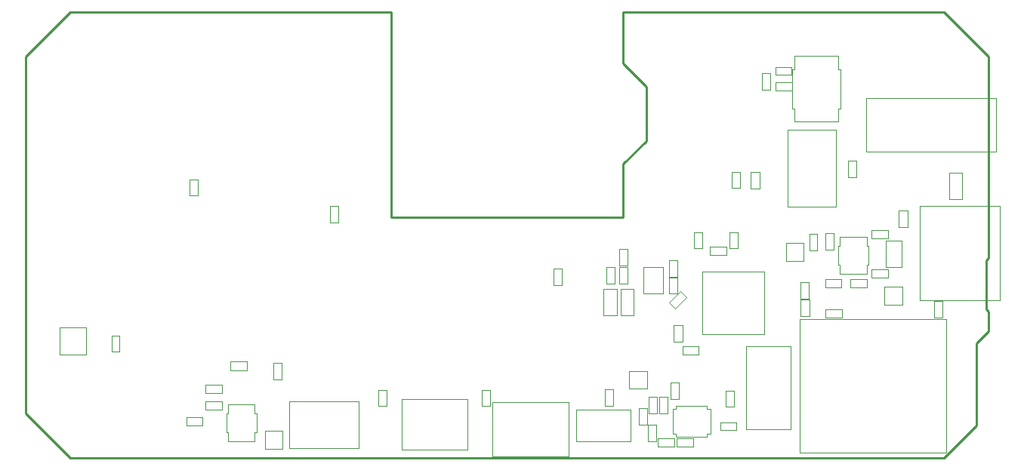
<source format=gbr>
%TF.GenerationSoftware,KiCad,Pcbnew,9.0.0*%
%TF.CreationDate,2025-08-29T01:04:51+01:00*%
%TF.ProjectId,FED3,46454433-2e6b-4696-9361-645f70636258,rev?*%
%TF.SameCoordinates,Original*%
%TF.FileFunction,Other,User*%
%FSLAX46Y46*%
G04 Gerber Fmt 4.6, Leading zero omitted, Abs format (unit mm)*
G04 Created by KiCad (PCBNEW 9.0.0) date 2025-08-29 01:04:51*
%MOMM*%
%LPD*%
G01*
G04 APERTURE LIST*
%ADD10C,0.050000*%
%TA.AperFunction,Profile*%
%ADD11C,0.250000*%
%TD*%
G04 APERTURE END LIST*
D10*
%TO.C,EXT0*%
X203344300Y-95614800D02*
X188794300Y-95614800D01*
X188794300Y-89614800D01*
X203344300Y-89614800D01*
X203344300Y-95614800D01*
%TO.C,J3*%
X194774200Y-112353600D02*
X203714200Y-112353600D01*
X203714200Y-101713600D01*
X194774200Y-101713600D01*
X194774200Y-112353600D01*
%TO.C,U3*%
X171270600Y-127280000D02*
X170920600Y-127280000D01*
X171270600Y-124520000D02*
X171270600Y-127280000D01*
X170920600Y-127650000D02*
X167420600Y-127650000D01*
X170920600Y-127280000D02*
X170920600Y-127650000D01*
X170920600Y-124520000D02*
X171270600Y-124520000D01*
X170920600Y-124150000D02*
X170920600Y-124520000D01*
X167420600Y-127650000D02*
X167420600Y-127280000D01*
X167420600Y-127280000D02*
X167070600Y-127280000D01*
X167420600Y-124520000D02*
X167420600Y-124150000D01*
X167420600Y-124150000D02*
X170920600Y-124150000D01*
X167070600Y-127280000D02*
X167070600Y-124520000D01*
X167070600Y-124520000D02*
X167420600Y-124520000D01*
%TO.C,SW2*%
X175300000Y-117475000D02*
X180300000Y-117475000D01*
X175300000Y-126775000D02*
X175300000Y-117475000D01*
X180300000Y-117475000D02*
X180300000Y-126775000D01*
X180300000Y-126775000D02*
X175300000Y-126775000D01*
%TO.C,TP4*%
X190800000Y-112850000D02*
X190800000Y-110850000D01*
X190800000Y-112850000D02*
X192800000Y-112850000D01*
X192800000Y-110850000D02*
X190800000Y-110850000D01*
X192800000Y-110850000D02*
X192800000Y-112850000D01*
%TO.C,C18*%
X166640000Y-109790000D02*
X167560000Y-109790000D01*
X166640000Y-111610000D02*
X166640000Y-109790000D01*
X167560000Y-109790000D02*
X167560000Y-111610000D01*
X167560000Y-111610000D02*
X166640000Y-111610000D01*
%TO.C,C17*%
X166640000Y-107862500D02*
X167560000Y-107862500D01*
X166640000Y-109682500D02*
X166640000Y-107862500D01*
X167560000Y-107862500D02*
X167560000Y-109682500D01*
X167560000Y-109682500D02*
X166640000Y-109682500D01*
%TO.C,R17*%
X167470000Y-127830000D02*
X169330000Y-127830000D01*
X167470000Y-128770000D02*
X167470000Y-127830000D01*
X169330000Y-127830000D02*
X169330000Y-128770000D01*
X169330000Y-128770000D02*
X167470000Y-128770000D01*
%TO.C,C21*%
X196400000Y-112460000D02*
X197320000Y-112460000D01*
X196400000Y-114280000D02*
X196400000Y-112460000D01*
X197320000Y-112460000D02*
X197320000Y-114280000D01*
X197320000Y-114280000D02*
X196400000Y-114280000D01*
%TO.C,X2*%
X165970000Y-108597500D02*
X163770000Y-108597500D01*
X163770000Y-111597500D01*
X165970000Y-111597500D01*
X165970000Y-108597500D01*
%TO.C,R24*%
X189316000Y-104457400D02*
X191176000Y-104457400D01*
X189316000Y-105397400D02*
X189316000Y-104457400D01*
X191176000Y-104457400D02*
X191176000Y-105397400D01*
X191176000Y-105397400D02*
X189316000Y-105397400D01*
%TO.C,R6*%
X178590000Y-87830000D02*
X180450000Y-87830000D01*
X178590000Y-88770000D02*
X178590000Y-87830000D01*
X180450000Y-87830000D02*
X180450000Y-88770000D01*
X180450000Y-88770000D02*
X178590000Y-88770000D01*
%TO.C,R25*%
X192430000Y-102290000D02*
X193370000Y-102290000D01*
X192430000Y-104150000D02*
X192430000Y-102290000D01*
X193370000Y-102290000D02*
X193370000Y-104150000D01*
X193370000Y-104150000D02*
X192430000Y-104150000D01*
%TO.C,C10*%
X173695500Y-97902400D02*
X174615500Y-97902400D01*
X173695500Y-99722400D02*
X173695500Y-97902400D01*
X174615500Y-97902400D02*
X174615500Y-99722400D01*
X174615500Y-99722400D02*
X173695500Y-99722400D01*
%TO.C,C1*%
X178590000Y-86140000D02*
X180410000Y-86140000D01*
X178590000Y-87060000D02*
X178590000Y-86140000D01*
X180410000Y-86140000D02*
X180410000Y-87060000D01*
X180410000Y-87060000D02*
X178590000Y-87060000D01*
%TO.C,CHG0*%
X198060000Y-98040000D02*
X199520000Y-98040000D01*
X198060000Y-101000000D02*
X198060000Y-98040000D01*
X199520000Y-98040000D02*
X199520000Y-101000000D01*
X199520000Y-101000000D02*
X198060000Y-101000000D01*
%TO.C,L1*%
X161210000Y-111040000D02*
X162670000Y-111040000D01*
X161210000Y-114000000D02*
X161210000Y-111040000D01*
X162670000Y-111040000D02*
X162670000Y-114000000D01*
X162670000Y-114000000D02*
X161210000Y-114000000D01*
%TO.C,R5*%
X181430000Y-112270000D02*
X182370000Y-112270000D01*
X181430000Y-114130000D02*
X181430000Y-112270000D01*
X182370000Y-112270000D02*
X182370000Y-114130000D01*
X182370000Y-114130000D02*
X181430000Y-114130000D01*
%TO.C,R14*%
X166839800Y-121598400D02*
X167779800Y-121598400D01*
X166839800Y-123458400D02*
X166839800Y-121598400D01*
X167779800Y-121598400D02*
X167779800Y-123458400D01*
X167779800Y-123458400D02*
X166839800Y-123458400D01*
%TO.C,C8*%
X134040000Y-122390000D02*
X134960000Y-122390000D01*
X134040000Y-124210000D02*
X134040000Y-122390000D01*
X134960000Y-122390000D02*
X134960000Y-124210000D01*
X134960000Y-124210000D02*
X134040000Y-124210000D01*
%TO.C,J1*%
X146812050Y-123789743D02*
X146812050Y-129879743D01*
X146812050Y-129879743D02*
X155432050Y-129879743D01*
X155432050Y-123789743D02*
X146812050Y-123789743D01*
X155432050Y-129879743D02*
X155432050Y-123789743D01*
%TO.C,D1*%
X190932200Y-105621200D02*
X192752200Y-105621200D01*
X190932200Y-108621200D02*
X190932200Y-105621200D01*
X192752200Y-105621200D02*
X192752200Y-108621200D01*
X192752200Y-108621200D02*
X190932200Y-108621200D01*
%TO.C,C6*%
X159490000Y-122340000D02*
X160410000Y-122340000D01*
X159490000Y-124160000D02*
X159490000Y-122340000D01*
X160410000Y-122340000D02*
X160410000Y-124160000D01*
X160410000Y-124160000D02*
X159490000Y-124160000D01*
%TO.C,C3*%
X104140000Y-116290000D02*
X105060000Y-116290000D01*
X104140000Y-118110000D02*
X104140000Y-116290000D01*
X105060000Y-116290000D02*
X105060000Y-118110000D01*
X105060000Y-118110000D02*
X104140000Y-118110000D01*
%TO.C,C16*%
X164290000Y-126340000D02*
X165210000Y-126340000D01*
X164290000Y-128160000D02*
X164290000Y-126340000D01*
X165210000Y-126340000D02*
X165210000Y-128160000D01*
X165210000Y-128160000D02*
X164290000Y-128160000D01*
%TO.C,R12*%
X167200000Y-115095000D02*
X168140000Y-115095000D01*
X167200000Y-116955000D02*
X167200000Y-115095000D01*
X168140000Y-115095000D02*
X168140000Y-116955000D01*
X168140000Y-116955000D02*
X167200000Y-116955000D01*
%TO.C,R23*%
X189316000Y-108851600D02*
X191176000Y-108851600D01*
X189316000Y-109791600D02*
X189316000Y-108851600D01*
X191176000Y-108851600D02*
X191176000Y-109791600D01*
X191176000Y-109791600D02*
X189316000Y-109791600D01*
%TO.C,X1*%
X185389100Y-93191600D02*
X179939100Y-93191600D01*
X179939100Y-101841600D01*
X185389100Y-101841600D01*
X185389100Y-93191600D01*
%TO.C,R8*%
X114670000Y-121830000D02*
X116530000Y-121830000D01*
X114670000Y-122770000D02*
X114670000Y-121830000D01*
X116530000Y-121830000D02*
X116530000Y-122770000D01*
X116530000Y-122770000D02*
X114670000Y-122770000D01*
%TO.C,IC1*%
X117000000Y-125050000D02*
X117200000Y-125050000D01*
X117000000Y-127150000D02*
X117000000Y-125050000D01*
X117200000Y-124050000D02*
X120200000Y-124050000D01*
X117200000Y-125050000D02*
X117200000Y-124050000D01*
X117200000Y-127150000D02*
X117000000Y-127150000D01*
X117200000Y-128150000D02*
X117200000Y-127150000D01*
X120200000Y-124050000D02*
X120200000Y-125050000D01*
X120200000Y-125050000D02*
X120400000Y-125050000D01*
X120200000Y-127150000D02*
X120200000Y-128150000D01*
X120200000Y-128150000D02*
X117200000Y-128150000D01*
X120400000Y-125050000D02*
X120400000Y-127150000D01*
X120400000Y-127150000D02*
X120200000Y-127150000D01*
%TO.C,C19*%
X173420000Y-104677500D02*
X174340000Y-104677500D01*
X173420000Y-106497500D02*
X173420000Y-104677500D01*
X174340000Y-104677500D02*
X174340000Y-106497500D01*
X174340000Y-106497500D02*
X173420000Y-106497500D01*
%TO.C,X4*%
X181320000Y-129400000D02*
X197770000Y-129400000D01*
X197770000Y-114450000D01*
X181320000Y-114450000D01*
X181320000Y-129400000D01*
%TO.C,C23*%
X166651264Y-112598198D02*
X167938198Y-111311264D01*
X167301802Y-113248736D02*
X166651264Y-112598198D01*
X167938198Y-111311264D02*
X168588736Y-111961802D01*
X168588736Y-111961802D02*
X167301802Y-113248736D01*
%TO.C,R15*%
X159610000Y-108590000D02*
X160550000Y-108590000D01*
X159610000Y-110450000D02*
X159610000Y-108590000D01*
X160550000Y-108590000D02*
X160550000Y-110450000D01*
X160550000Y-110450000D02*
X159610000Y-110450000D01*
%TO.C,R11*%
X186970000Y-109930000D02*
X188830000Y-109930000D01*
X186970000Y-110870000D02*
X186970000Y-109930000D01*
X188830000Y-109930000D02*
X188830000Y-110870000D01*
X188830000Y-110870000D02*
X186970000Y-110870000D01*
%TO.C,TP2*%
X162200000Y-120266000D02*
X162200000Y-122266000D01*
X162200000Y-120266000D02*
X164200000Y-120266000D01*
X164200000Y-122266000D02*
X162200000Y-122266000D01*
X164200000Y-122266000D02*
X164200000Y-120266000D01*
%TO.C,L0*%
X159320000Y-111040000D02*
X160780000Y-111040000D01*
X159320000Y-114000000D02*
X159320000Y-111040000D01*
X160780000Y-111040000D02*
X160780000Y-114000000D01*
X160780000Y-114000000D02*
X159320000Y-114000000D01*
%TO.C,IC4*%
X180447100Y-86401600D02*
X180687100Y-86401600D01*
X180447100Y-90801600D02*
X180447100Y-86401600D01*
X180687100Y-84901600D02*
X185607100Y-84901600D01*
X180687100Y-86401600D02*
X180687100Y-84901600D01*
X180687100Y-90801600D02*
X180447100Y-90801600D01*
X180687100Y-92301600D02*
X180687100Y-90801600D01*
X185607100Y-84901600D02*
X185607100Y-86401600D01*
X185607100Y-86401600D02*
X185847100Y-86401600D01*
X185607100Y-90801600D02*
X185607100Y-92301600D01*
X185607100Y-92301600D02*
X180687100Y-92301600D01*
X185847100Y-86401600D02*
X185847100Y-90801600D01*
X185847100Y-90801600D02*
X185607100Y-90801600D01*
%TO.C,C15*%
X184165000Y-104840000D02*
X185085000Y-104840000D01*
X184165000Y-106660000D02*
X184165000Y-104840000D01*
X185085000Y-104840000D02*
X185085000Y-106660000D01*
X185085000Y-106660000D02*
X184165000Y-106660000D01*
%TO.C,C7*%
X145690000Y-122390000D02*
X146610000Y-122390000D01*
X145690000Y-124210000D02*
X145690000Y-122390000D01*
X146610000Y-122390000D02*
X146610000Y-124210000D01*
X146610000Y-124210000D02*
X145690000Y-124210000D01*
%TO.C,AUX_I2C0*%
X124100000Y-123700000D02*
X124100000Y-128900000D01*
X124100000Y-128900000D02*
X131900000Y-128900000D01*
X131900000Y-123700000D02*
X124100000Y-123700000D01*
X131900000Y-128900000D02*
X131900000Y-123700000D01*
%TO.C,C4*%
X112515000Y-125490000D02*
X114335000Y-125490000D01*
X112515000Y-126410000D02*
X112515000Y-125490000D01*
X114335000Y-125490000D02*
X114335000Y-126410000D01*
X114335000Y-126410000D02*
X112515000Y-126410000D01*
%TO.C,C12*%
X169420000Y-104677500D02*
X170340000Y-104677500D01*
X169420000Y-106497500D02*
X169420000Y-104677500D01*
X170340000Y-104677500D02*
X170340000Y-106497500D01*
X170340000Y-106497500D02*
X169420000Y-106497500D01*
%TO.C,R16*%
X165355400Y-127830000D02*
X167215400Y-127830000D01*
X165355400Y-128770000D02*
X165355400Y-127830000D01*
X167215400Y-127830000D02*
X167215400Y-128770000D01*
X167215400Y-128770000D02*
X165355400Y-128770000D01*
%TO.C,R13*%
X161080000Y-106570000D02*
X162020000Y-106570000D01*
X161080000Y-108430000D02*
X161080000Y-106570000D01*
X162020000Y-106570000D02*
X162020000Y-108430000D01*
X162020000Y-108430000D02*
X161080000Y-108430000D01*
%TO.C,TP1*%
X179746400Y-107908600D02*
X179746400Y-105908600D01*
X179746400Y-107908600D02*
X181746400Y-107908600D01*
X181746400Y-105908600D02*
X179746400Y-105908600D01*
X181746400Y-105908600D02*
X181746400Y-107908600D01*
%TO.C,U1*%
X170350000Y-109137500D02*
X177350000Y-109137500D01*
X170350000Y-116137500D02*
X170350000Y-109137500D01*
X177350000Y-109137500D02*
X177350000Y-116137500D01*
X177350000Y-116137500D02*
X170350000Y-116137500D01*
%TO.C,C2*%
X177040000Y-86890000D02*
X177960000Y-86890000D01*
X177040000Y-88710000D02*
X177040000Y-86890000D01*
X177960000Y-86890000D02*
X177960000Y-88710000D01*
X177960000Y-88710000D02*
X177040000Y-88710000D01*
%TO.C,C14*%
X184190000Y-113390000D02*
X186010000Y-113390000D01*
X184190000Y-114310000D02*
X184190000Y-113390000D01*
X186010000Y-113390000D02*
X186010000Y-114310000D01*
X186010000Y-114310000D02*
X184190000Y-114310000D01*
%TO.C,X3*%
X144074300Y-129136400D02*
X136724300Y-129136400D01*
X136724300Y-123386400D01*
X144074300Y-123386400D01*
X144074300Y-129136400D01*
%TO.C,C22*%
X168160000Y-117520000D02*
X169980000Y-117520000D01*
X168160000Y-118440000D02*
X168160000Y-117520000D01*
X169980000Y-117520000D02*
X169980000Y-118440000D01*
X169980000Y-118440000D02*
X168160000Y-118440000D01*
%TO.C,C13*%
X182365000Y-104890000D02*
X183285000Y-104890000D01*
X182365000Y-106710000D02*
X182365000Y-104890000D01*
X183285000Y-104890000D02*
X183285000Y-106710000D01*
X183285000Y-106710000D02*
X182365000Y-106710000D01*
%TO.C,R10*%
X186680000Y-96680000D02*
X187620000Y-96680000D01*
X186680000Y-98540000D02*
X186680000Y-96680000D01*
X187620000Y-96680000D02*
X187620000Y-98540000D01*
X187620000Y-98540000D02*
X186680000Y-98540000D01*
%TO.C,R21*%
X161080000Y-108590000D02*
X162020000Y-108590000D01*
X161080000Y-110450000D02*
X161080000Y-108590000D01*
X162020000Y-108590000D02*
X162020000Y-110450000D01*
X162020000Y-110450000D02*
X161080000Y-110450000D01*
%TO.C,R4*%
X181380000Y-110270000D02*
X182320000Y-110270000D01*
X181380000Y-112130000D02*
X181380000Y-110270000D01*
X182320000Y-110270000D02*
X182320000Y-112130000D01*
X182320000Y-112130000D02*
X181380000Y-112130000D01*
%TO.C,R9*%
X122290000Y-119400000D02*
X123230000Y-119400000D01*
X122290000Y-121260000D02*
X122290000Y-119400000D01*
X123230000Y-119400000D02*
X123230000Y-121260000D01*
X123230000Y-121260000D02*
X122290000Y-121260000D01*
%TO.C,R20*%
X163230000Y-124420000D02*
X164170000Y-124420000D01*
X163230000Y-126280000D02*
X163230000Y-124420000D01*
X164170000Y-124420000D02*
X164170000Y-126280000D01*
X164170000Y-126280000D02*
X163230000Y-126280000D01*
%TO.C,R1*%
X128630000Y-101770000D02*
X129570000Y-101770000D01*
X128630000Y-103630000D02*
X128630000Y-101770000D01*
X129570000Y-101770000D02*
X129570000Y-103630000D01*
X129570000Y-103630000D02*
X128630000Y-103630000D01*
%TO.C,R18*%
X164330000Y-123145000D02*
X165270000Y-123145000D01*
X164330000Y-125005000D02*
X164330000Y-123145000D01*
X165270000Y-123145000D02*
X165270000Y-125005000D01*
X165270000Y-125005000D02*
X164330000Y-125005000D01*
%TO.C,R3*%
X175839100Y-97913600D02*
X176779100Y-97913600D01*
X175839100Y-99773600D02*
X175839100Y-97913600D01*
X176779100Y-97913600D02*
X176779100Y-99773600D01*
X176779100Y-99773600D02*
X175839100Y-99773600D01*
%TO.C,C11*%
X184140000Y-109990000D02*
X185960000Y-109990000D01*
X184140000Y-110910000D02*
X184140000Y-109990000D01*
X185960000Y-109990000D02*
X185960000Y-110910000D01*
X185960000Y-110910000D02*
X184140000Y-110910000D01*
%TO.C,R19*%
X165530000Y-123145000D02*
X166470000Y-123145000D01*
X165530000Y-125005000D02*
X165530000Y-123145000D01*
X166470000Y-123145000D02*
X166470000Y-125005000D01*
X166470000Y-125005000D02*
X165530000Y-125005000D01*
%TO.C,TP5*%
X98300000Y-118400000D02*
X98300000Y-115400000D01*
X98300000Y-118400000D02*
X101300000Y-118400000D01*
X101300000Y-115400000D02*
X98300000Y-115400000D01*
X101300000Y-115400000D02*
X101300000Y-118400000D01*
%TO.C,C24*%
X171250000Y-106320000D02*
X173070000Y-106320000D01*
X171250000Y-107240000D02*
X171250000Y-106320000D01*
X173070000Y-106320000D02*
X173070000Y-107240000D01*
X173070000Y-107240000D02*
X171250000Y-107240000D01*
%TO.C,R22*%
X117460000Y-119230000D02*
X119320000Y-119230000D01*
X117460000Y-120170000D02*
X117460000Y-119230000D01*
X119320000Y-119230000D02*
X119320000Y-120170000D01*
X119320000Y-120170000D02*
X117460000Y-120170000D01*
%TO.C,TP3*%
X121320000Y-128990000D02*
X121320000Y-126990000D01*
X121320000Y-128990000D02*
X123320000Y-128990000D01*
X123320000Y-126990000D02*
X121320000Y-126990000D01*
X123320000Y-126990000D02*
X123320000Y-128990000D01*
%TO.C,C20*%
X172390000Y-126015000D02*
X174210000Y-126015000D01*
X172390000Y-126935000D02*
X172390000Y-126015000D01*
X174210000Y-126015000D02*
X174210000Y-126935000D01*
X174210000Y-126935000D02*
X172390000Y-126935000D01*
%TO.C,C5*%
X173040000Y-122490000D02*
X173960000Y-122490000D01*
X173040000Y-124310000D02*
X173040000Y-122490000D01*
X173960000Y-122490000D02*
X173960000Y-124310000D01*
X173960000Y-124310000D02*
X173040000Y-124310000D01*
%TO.C,R2*%
X153730000Y-108770000D02*
X154670000Y-108770000D01*
X153730000Y-110630000D02*
X153730000Y-108770000D01*
X154670000Y-108770000D02*
X154670000Y-110630000D01*
X154670000Y-110630000D02*
X153730000Y-110630000D01*
%TO.C,C9*%
X112930000Y-98780000D02*
X113850000Y-98780000D01*
X112930000Y-100600000D02*
X112930000Y-98780000D01*
X113850000Y-98780000D02*
X113850000Y-100600000D01*
X113850000Y-100600000D02*
X112930000Y-100600000D01*
%TO.C,R7*%
X114670000Y-123680000D02*
X116530000Y-123680000D01*
X114670000Y-124620000D02*
X114670000Y-123680000D01*
X116530000Y-123680000D02*
X116530000Y-124620000D01*
X116530000Y-124620000D02*
X114670000Y-124620000D01*
%TO.C,J2*%
X156230000Y-124630000D02*
X156230000Y-128170000D01*
X156230000Y-128170000D02*
X162320000Y-128170000D01*
X162320000Y-124630000D02*
X156230000Y-124630000D01*
X162320000Y-128170000D02*
X162320000Y-124630000D01*
%TO.C,U2*%
X185600000Y-106250000D02*
X185800000Y-106250000D01*
X185600000Y-108350000D02*
X185600000Y-106250000D01*
X185800000Y-105250000D02*
X188800000Y-105250000D01*
X185800000Y-106250000D02*
X185800000Y-105250000D01*
X185800000Y-108350000D02*
X185600000Y-108350000D01*
X185800000Y-109350000D02*
X185800000Y-108350000D01*
X188800000Y-105250000D02*
X188800000Y-106250000D01*
X188800000Y-106250000D02*
X189000000Y-106250000D01*
X188800000Y-108350000D02*
X188800000Y-109350000D01*
X188800000Y-109350000D02*
X185800000Y-109350000D01*
X189000000Y-106250000D02*
X189000000Y-108350000D01*
X189000000Y-108350000D02*
X188800000Y-108350000D01*
%TD*%
D11*
X201101100Y-126403600D02*
X201101100Y-117203600D01*
X161501100Y-103003600D02*
X135501100Y-103003600D01*
X161501100Y-80003600D02*
X161501100Y-85751600D01*
X161501100Y-85751600D02*
X164097100Y-88347600D01*
X99501100Y-80003600D02*
X94501100Y-85003600D01*
X202221100Y-107883600D02*
X202501100Y-107603600D01*
X202501100Y-85003600D02*
X197501100Y-80003600D01*
X202221100Y-113323600D02*
X202221100Y-107883600D01*
X202501100Y-107603600D02*
X202501100Y-85003600D01*
X161501100Y-96983600D02*
X161501100Y-103003600D01*
X202501100Y-113603600D02*
X202221100Y-113323600D01*
X135501100Y-103003600D02*
X135501100Y-80003600D01*
X94501100Y-125003600D02*
X99501100Y-130003600D01*
X164097100Y-88347600D02*
X164097100Y-94443600D01*
X197501100Y-130003600D02*
X201101100Y-126403600D01*
X197501100Y-80003600D02*
X161501100Y-80003600D01*
X202501100Y-115803600D02*
X202501100Y-113603600D01*
X94501100Y-85003600D02*
X94501100Y-125003600D01*
X99501100Y-130003600D02*
X197501100Y-130003600D01*
X164097100Y-94443600D02*
X161501100Y-96983600D01*
X201101100Y-117203600D02*
X202501100Y-115803600D01*
X135501100Y-80003600D02*
X99501100Y-80003600D01*
M02*

</source>
